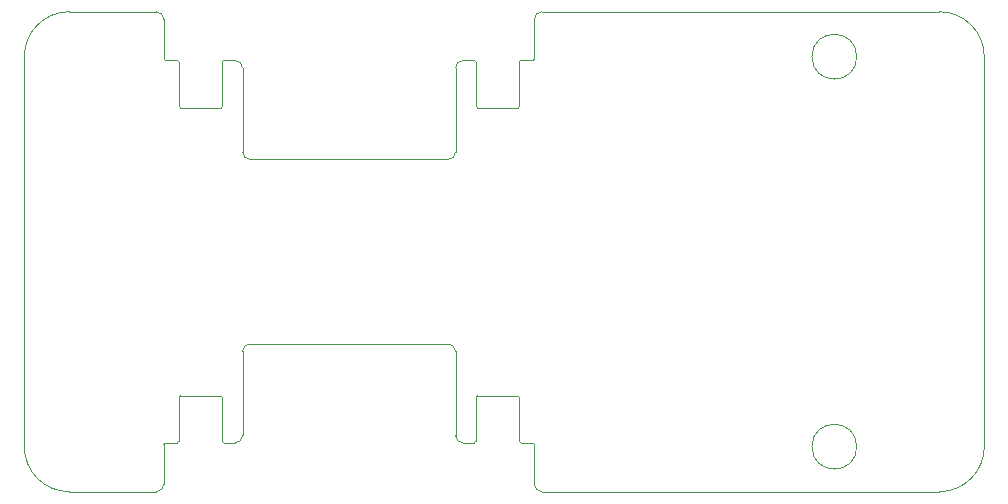
<source format=gm1>
%TF.GenerationSoftware,KiCad,Pcbnew,(5.1.8)-1*%
%TF.CreationDate,2021-02-24T15:58:51+01:00*%
%TF.ProjectId,C64 Joystick Faceplate A1,43363420-4a6f-4797-9374-69636b204661,rev?*%
%TF.SameCoordinates,Original*%
%TF.FileFunction,Profile,NP*%
%FSLAX46Y46*%
G04 Gerber Fmt 4.6, Leading zero omitted, Abs format (unit mm)*
G04 Created by KiCad (PCBNEW (5.1.8)-1) date 2021-02-24 15:58:51*
%MOMM*%
%LPD*%
G01*
G04 APERTURE LIST*
%TA.AperFunction,Profile*%
%ADD10C,0.050000*%
%TD*%
G04 APERTURE END LIST*
D10*
X139065000Y-75755500D02*
G75*
G02*
X138938000Y-75882500I-127000J0D01*
G01*
X107823000Y-75882500D02*
G75*
G02*
X107696000Y-75755500I0J127000D01*
G01*
X138938000Y-108267500D02*
G75*
G02*
X139065000Y-108394500I0J-127000D01*
G01*
X107696000Y-108394500D02*
G75*
G02*
X107823000Y-108267500I127000J0D01*
G01*
X166365000Y-75565000D02*
G75*
G03*
X166365000Y-75565000I-1900000J0D01*
G01*
X166365000Y-108585000D02*
G75*
G03*
X166365000Y-108585000I-1900000J0D01*
G01*
X139700000Y-71755000D02*
X173355000Y-71755000D01*
X139700000Y-112395000D02*
X173355000Y-112395000D01*
X132397500Y-83629500D02*
X132397500Y-76517500D01*
X114363500Y-83629500D02*
X114363500Y-76517500D01*
X131762500Y-84264500D02*
X114998500Y-84264500D01*
X113728500Y-75882500D02*
G75*
G02*
X114363500Y-76517500I0J-635000D01*
G01*
X112649000Y-76009500D02*
X112649000Y-79756000D01*
X132397500Y-83629500D02*
G75*
G02*
X131762500Y-84264500I-635000J0D01*
G01*
X114998500Y-84264500D02*
G75*
G02*
X114363500Y-83629500I0J635000D01*
G01*
X138938000Y-75882500D02*
X137922000Y-75882500D01*
X139065000Y-72390000D02*
G75*
G02*
X139700000Y-71755000I635000J0D01*
G01*
X137795000Y-76009500D02*
G75*
G02*
X137922000Y-75882500I127000J0D01*
G01*
X108839000Y-75882500D02*
X107823000Y-75882500D01*
X108839000Y-75882500D02*
G75*
G02*
X108966000Y-76009500I0J-127000D01*
G01*
X137795000Y-76009500D02*
X137795000Y-79756000D01*
X137795000Y-79756000D02*
G75*
G02*
X137668000Y-79883000I-127000J0D01*
G01*
X112776000Y-75882500D02*
X113728500Y-75882500D01*
X137668000Y-79883000D02*
X134239000Y-79883000D01*
X112522000Y-79883000D02*
X109093000Y-79883000D01*
X133032500Y-75882500D02*
X133985000Y-75882500D01*
X107061000Y-71755000D02*
G75*
G02*
X107696000Y-72390000I0J-635000D01*
G01*
X134112000Y-76009500D02*
X134112000Y-79756000D01*
X133985000Y-75882500D02*
G75*
G02*
X134112000Y-76009500I0J-127000D01*
G01*
X139065000Y-75755500D02*
X139065000Y-72390000D01*
X109093000Y-79883000D02*
G75*
G02*
X108966000Y-79756000I0J127000D01*
G01*
X107696000Y-75755500D02*
X107696000Y-72390000D01*
X112649000Y-76009500D02*
G75*
G02*
X112776000Y-75882500I127000J0D01*
G01*
X134239000Y-79883000D02*
G75*
G02*
X134112000Y-79756000I0J127000D01*
G01*
X132397500Y-76517500D02*
G75*
G02*
X133032500Y-75882500I635000J0D01*
G01*
X108966000Y-76009500D02*
X108966000Y-79756000D01*
X112649000Y-79756000D02*
G75*
G02*
X112522000Y-79883000I-127000J0D01*
G01*
X133985000Y-108267500D02*
X133032500Y-108267500D01*
X137922000Y-108267500D02*
X138938000Y-108267500D01*
X134112000Y-104394000D02*
G75*
G02*
X134239000Y-104267000I127000J0D01*
G01*
X137668000Y-104267000D02*
G75*
G02*
X137795000Y-104394000I0J-127000D01*
G01*
X137922000Y-108267500D02*
G75*
G02*
X137795000Y-108140500I0J127000D01*
G01*
X134239000Y-104267000D02*
X137668000Y-104267000D01*
X134112000Y-108140500D02*
G75*
G02*
X133985000Y-108267500I-127000J0D01*
G01*
X134112000Y-108140500D02*
X134112000Y-104394000D01*
X137795000Y-108140500D02*
X137795000Y-104394000D01*
X108966000Y-104394000D02*
G75*
G02*
X109093000Y-104267000I127000J0D01*
G01*
X112522000Y-104267000D02*
G75*
G02*
X112649000Y-104394000I0J-127000D01*
G01*
X113728500Y-108267500D02*
X112776000Y-108267500D01*
X112776000Y-108267500D02*
G75*
G02*
X112649000Y-108140500I0J127000D01*
G01*
X108966000Y-108140500D02*
G75*
G02*
X108839000Y-108267500I-127000J0D01*
G01*
X109093000Y-104267000D02*
X112522000Y-104267000D01*
X108966000Y-108140500D02*
X108966000Y-104394000D01*
X112649000Y-108140500D02*
X112649000Y-104394000D01*
X139700000Y-112395000D02*
G75*
G02*
X139065000Y-111760000I0J635000D01*
G01*
X107696000Y-111760000D02*
G75*
G02*
X107061000Y-112395000I-635000J0D01*
G01*
X139065000Y-108394500D02*
X139065000Y-111760000D01*
X107696000Y-108394500D02*
X107696000Y-111760000D01*
X107823000Y-108267500D02*
X108839000Y-108267500D01*
X133032500Y-108267500D02*
G75*
G02*
X132397500Y-107632500I0J635000D01*
G01*
X114363500Y-107632500D02*
G75*
G02*
X113728500Y-108267500I-635000J0D01*
G01*
X131762500Y-99885500D02*
G75*
G02*
X132397500Y-100520500I0J-635000D01*
G01*
X114363500Y-100520500D02*
G75*
G02*
X114998500Y-99885500I635000J0D01*
G01*
X132397500Y-100520500D02*
X132397500Y-107632500D01*
X114363500Y-100520500D02*
X114363500Y-107632500D01*
X114998500Y-99885500D02*
X131762500Y-99885500D01*
X177165000Y-108585000D02*
G75*
G02*
X173355000Y-112395000I-3810000J0D01*
G01*
X173355000Y-71755000D02*
G75*
G02*
X177165000Y-75565000I0J-3810000D01*
G01*
X95885000Y-75565000D02*
G75*
G02*
X99695000Y-71755000I3810000J0D01*
G01*
X99695000Y-112395000D02*
G75*
G02*
X95885000Y-108585000I0J3810000D01*
G01*
X107061000Y-112395000D02*
X99695000Y-112395000D01*
X177165000Y-75565000D02*
X177165000Y-108585000D01*
X99695000Y-71755000D02*
X107061000Y-71755000D01*
X95885000Y-108585000D02*
X95885000Y-75565000D01*
M02*

</source>
